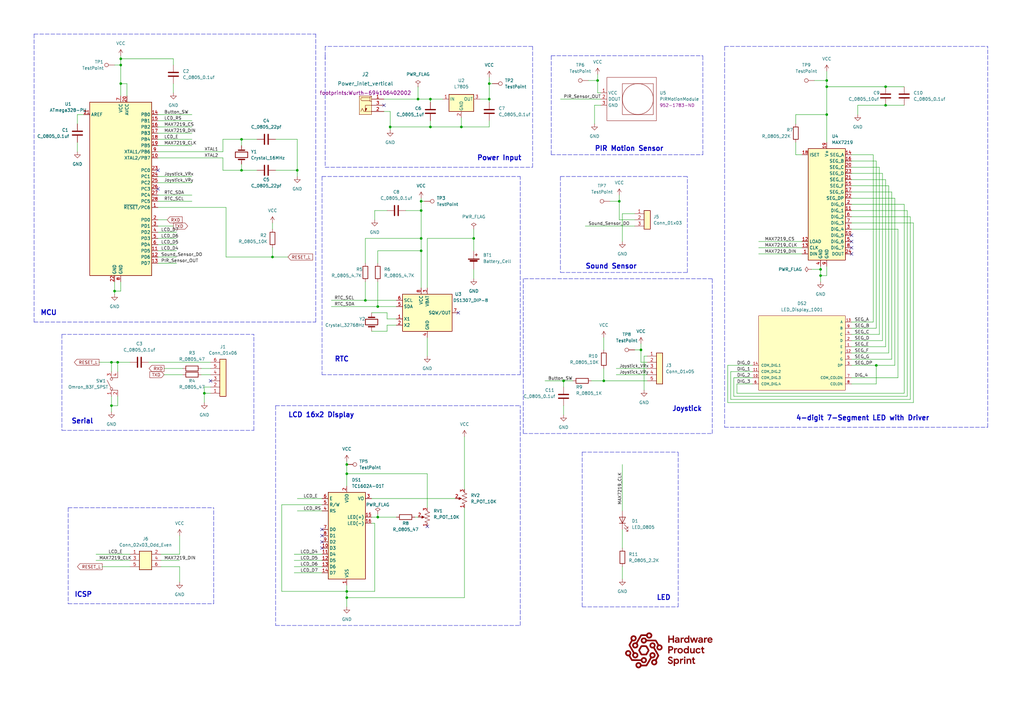
<source format=kicad_sch>
(kicad_sch (version 20211123) (generator eeschema)
  (paper "A3")
  (title_block (title "Caleb's HPS Clock Schematic") (date "2022-07-22") (rev "G"))
  (junction (at 46.99 119.38))
  (junction (at 172.72 82.55))
  (junction (at 189.23 52.07))
  (junction (at 247.65 156.21))
  (junction (at 49.53 24.13))
  (junction (at 172.72 97.79))
  (junction (at 339.09 46.99))
  (junction (at 121.92 69.85))
  (junction (at 171.45 40.64))
  (junction (at 172.72 102.87))
  (junction (at 49.53 34.29))
  (junction (at 160.02 52.07))
  (junction (at 83.82 161.29))
  (junction (at 142.24 245.11))
  (junction (at 231.14 156.21))
  (junction (at 176.53 40.64))
  (junction (at 154.94 212.09))
  (junction (at 262.89 143.51))
  (junction (at 45.72 166.37))
  (junction (at 45.72 148.59))
  (junction (at 363.22 43.18))
  (junction (at 200.66 34.29))
  (junction (at 176.53 52.07))
  (junction (at 339.09 35.56))
  (junction (at 363.22 35.56))
  (junction (at 336.55 110.49))
  (junction (at 200.66 40.64))
  (junction (at 149.86 123.19))
  (junction (at 49.53 26.67))
  (junction (at 245.11 33.02))
  (junction (at 48.26 148.59))
  (junction (at 111.76 105.41))
  (junction (at 339.09 33.02))
  (junction (at 336.55 113.03))
  (junction (at 142.24 194.31))
  (junction (at 254 82.55))
  (junction (at 172.72 86.36))
  (junction (at 99.06 57.15))
  (junction (at 142.24 242.57))
  (junction (at 359.41 149.86))
  (junction (at 154.94 125.73))
  (junction (at 194.31 97.79))
  (junction (at 99.06 69.85))
  (junction (at 142.24 190.5))
  (no_connect (at 157.48 43.18))
  (no_connect (at 349.25 104.14))
  (no_connect (at 349.25 96.52))
  (no_connect (at 349.25 99.06))
  (no_connect (at 349.25 101.6))
  (no_connect (at 86.36 156.21))
  (no_connect (at 187.96 128.27))
  (no_connect (at 132.08 219.71))
  (no_connect (at 132.08 222.25))
  (no_connect (at 132.08 224.79))
  (no_connect (at 132.08 217.17))
  (no_connect (at 175.26 215.9))
  (no_connect (at 64.77 69.85))
  (no_connect (at 64.77 77.47))
  (wire (pts (xy 175.26 97.79) (xy 175.26 118.11)))
  (wire (pts (xy 372.11 162.56) (xy 372.11 86.36)))
  (wire (pts (xy 172.72 82.55) (xy 173.99 82.55)))
  (wire (pts (xy 48.26 166.37) (xy 45.72 166.37)))
  (wire (pts (xy 154.94 125.73) (xy 162.56 125.73)))
  (wire (pts (xy 254 80.01) (xy 254 82.55)))
  (wire (pts (xy 370.84 161.29) (xy 370.84 83.82)))
  (wire (pts (xy 231.14 156.21) (xy 234.95 156.21)))
  (wire (pts (xy 176.53 40.64) (xy 181.61 40.64)))
  (wire (pts (xy 332.74 110.49) (xy 336.55 110.49)))
  (wire (pts (xy 45.72 166.37) (xy 45.72 168.91)))
  (wire (pts (xy 247.65 151.13) (xy 247.65 156.21)))
  (wire (pts (xy 339.09 35.56) (xy 363.22 35.56)))
  (wire (pts (xy 111.76 91.44) (xy 111.76 93.98)))
  (wire (pts (xy 64.77 59.69) (xy 78.74 59.69)))
  (wire (pts (xy 142.24 245.11) (xy 142.24 248.92)))
  (polyline (pts (xy 87.63 247.65) (xy 87.63 208.28)))
  (wire (pts (xy 265.43 146.05) (xy 264.16 146.05)))
  (wire (pts (xy 175.26 194.31) (xy 142.24 194.31)))
  (wire (pts (xy 157.48 45.72) (xy 160.02 45.72)))
  (polyline (pts (xy 25.4 137.16) (xy 104.14 137.16)))
  (wire (pts (xy 64.77 102.87) (xy 72.39 102.87)))
  (wire (pts (xy 121.92 204.47) (xy 132.08 204.47)))
  (wire (pts (xy 64.77 85.09) (xy 92.71 85.09)))
  (wire (pts (xy 229.87 40.64) (xy 246.38 40.64)))
  (wire (pts (xy 48.26 148.59) (xy 48.26 152.4)))
  (polyline (pts (xy 292.1 114.3) (xy 214.63 114.3)))
  (wire (pts (xy 91.44 64.77) (xy 91.44 69.85)))
  (wire (pts (xy 242.57 156.21) (xy 247.65 156.21)))
  (wire (pts (xy 364.49 76.2) (xy 364.49 144.78)))
  (wire (pts (xy 200.66 40.64) (xy 200.66 41.91)))
  (polyline (pts (xy 113.03 166.37) (xy 213.36 166.37)))
  (wire (pts (xy 300.99 154.94) (xy 308.61 154.94)))
  (wire (pts (xy 45.72 162.56) (xy 45.72 166.37)))
  (wire (pts (xy 171.45 35.56) (xy 171.45 40.64)))
  (polyline (pts (xy 281.94 111.76) (xy 281.94 72.39)))
  (wire (pts (xy 349.25 73.66) (xy 363.22 73.66)))
  (wire (pts (xy 149.86 97.79) (xy 172.72 97.79)))
  (wire (pts (xy 46.99 115.57) (xy 46.99 119.38)))
  (wire (pts (xy 200.66 34.29) (xy 200.66 40.64)))
  (polyline (pts (xy 27.94 208.28) (xy 27.94 247.65)))
  (wire (pts (xy 45.72 148.59) (xy 48.26 148.59)))
  (wire (pts (xy 83.82 161.29) (xy 86.36 161.29)))
  (wire (pts (xy 299.72 152.4) (xy 308.61 152.4)))
  (wire (pts (xy 349.25 144.78) (xy 364.49 144.78)))
  (wire (pts (xy 298.45 165.1) (xy 374.65 165.1)))
  (wire (pts (xy 83.82 161.29) (xy 83.82 165.1)))
  (wire (pts (xy 260.35 143.51) (xy 262.89 143.51)))
  (wire (pts (xy 46.99 119.38) (xy 49.53 119.38)))
  (polyline (pts (xy 288.29 63.5) (xy 288.29 22.86)))
  (polyline (pts (xy 27.94 208.28) (xy 87.63 208.28)))
  (wire (pts (xy 142.24 240.03) (xy 142.24 242.57)))
  (wire (pts (xy 99.06 57.15) (xy 99.06 59.69)))
  (wire (pts (xy 115.57 242.57) (xy 142.24 242.57)))
  (wire (pts (xy 349.25 157.48) (xy 359.41 157.48)))
  (wire (pts (xy 64.77 62.23) (xy 91.44 62.23)))
  (polyline (pts (xy 218.44 19.05) (xy 133.35 19.05)))
  (polyline (pts (xy 214.63 114.3) (xy 214.63 177.8)))
  (wire (pts (xy 154.94 210.82) (xy 154.94 212.09)))
  (wire (pts (xy 49.53 34.29) (xy 52.07 34.29)))
  (polyline (pts (xy 13.97 13.97) (xy 129.54 13.97)))
  (wire (pts (xy 113.03 69.85) (xy 121.92 69.85)))
  (polyline (pts (xy 213.36 256.54) (xy 213.36 166.37)))
  (wire (pts (xy 172.72 86.36) (xy 172.72 97.79)))
  (polyline (pts (xy 214.63 177.8) (xy 292.1 177.8)))
  (wire (pts (xy 349.25 132.08) (xy 358.14 132.08)))
  (wire (pts (xy 66.04 232.41) (xy 73.66 232.41)))
  (wire (pts (xy 160.02 45.72) (xy 160.02 52.07)))
  (wire (pts (xy 82.55 151.13) (xy 86.36 151.13)))
  (wire (pts (xy 39.37 229.87) (xy 53.34 229.87)))
  (wire (pts (xy 153.67 242.57) (xy 142.24 242.57)))
  (wire (pts (xy 247.65 156.21) (xy 265.43 156.21)))
  (wire (pts (xy 252.73 153.67) (xy 265.43 153.67)))
  (wire (pts (xy 71.12 26.67) (xy 71.12 24.13)))
  (wire (pts (xy 326.39 46.99) (xy 339.09 46.99)))
  (wire (pts (xy 176.53 40.64) (xy 176.53 41.91)))
  (wire (pts (xy 176.53 49.53) (xy 176.53 52.07)))
  (polyline (pts (xy 133.35 22.86) (xy 133.35 68.58)))
  (wire (pts (xy 71.12 34.29) (xy 71.12 38.1)))
  (wire (pts (xy 196.85 40.64) (xy 200.66 40.64)))
  (wire (pts (xy 64.77 97.79) (xy 72.39 97.79)))
  (wire (pts (xy 92.71 105.41) (xy 111.76 105.41)))
  (wire (pts (xy 370.84 83.82) (xy 349.25 83.82)))
  (polyline (pts (xy 133.35 19.05) (xy 133.35 24.13)))
  (wire (pts (xy 360.68 68.58) (xy 360.68 137.16)))
  (wire (pts (xy 255.27 87.63) (xy 255.27 99.06)))
  (wire (pts (xy 48.26 162.56) (xy 48.26 166.37)))
  (wire (pts (xy 154.94 107.95) (xy 154.94 102.87)))
  (wire (pts (xy 64.77 74.93) (xy 78.74 74.93)))
  (wire (pts (xy 39.37 227.33) (xy 53.34 227.33)))
  (wire (pts (xy 142.24 189.23) (xy 142.24 190.5)))
  (wire (pts (xy 339.09 29.21) (xy 339.09 33.02)))
  (wire (pts (xy 157.48 40.64) (xy 171.45 40.64)))
  (wire (pts (xy 64.77 82.55) (xy 78.74 82.55)))
  (wire (pts (xy 82.55 153.67) (xy 86.36 153.67)))
  (wire (pts (xy 349.25 142.24) (xy 363.22 142.24)))
  (wire (pts (xy 152.4 214.63) (xy 153.67 214.63)))
  (wire (pts (xy 326.39 58.42) (xy 326.39 63.5)))
  (wire (pts (xy 336.55 109.22) (xy 336.55 110.49)))
  (wire (pts (xy 64.77 80.01) (xy 78.74 80.01)))
  (polyline (pts (xy 226.06 22.86) (xy 288.29 22.86)))
  (wire (pts (xy 334.01 33.02) (xy 339.09 33.02)))
  (wire (pts (xy 326.39 50.8) (xy 326.39 46.99)))
  (polyline (pts (xy 132.08 153.67) (xy 213.36 153.67)))
  (wire (pts (xy 73.66 227.33) (xy 73.66 219.71)))
  (polyline (pts (xy 129.54 132.08) (xy 129.54 13.97)))
  (wire (pts (xy 154.94 115.57) (xy 154.94 125.73)))
  (wire (pts (xy 152.4 204.47) (xy 186.69 204.47)))
  (wire (pts (xy 46.99 26.67) (xy 49.53 26.67)))
  (wire (pts (xy 142.24 190.5) (xy 142.24 194.31)))
  (wire (pts (xy 142.24 242.57) (xy 142.24 245.11)))
  (wire (pts (xy 250.19 82.55) (xy 254 82.55)))
  (wire (pts (xy 299.72 163.83) (xy 373.38 163.83)))
  (polyline (pts (xy 297.18 19.05) (xy 405.13 19.05)))
  (wire (pts (xy 171.45 40.64) (xy 176.53 40.64)))
  (wire (pts (xy 153.67 86.36) (xy 158.75 86.36)))
  (polyline (pts (xy 13.97 13.97) (xy 13.97 132.08)))
  (wire (pts (xy 48.26 148.59) (xy 53.34 148.59)))
  (wire (pts (xy 175.26 208.28) (xy 175.26 194.31)))
  (wire (pts (xy 254 82.55) (xy 254 90.17)))
  (wire (pts (xy 91.44 69.85) (xy 99.06 69.85)))
  (wire (pts (xy 64.77 64.77) (xy 91.44 64.77)))
  (polyline (pts (xy 25.4 176.53) (xy 104.14 176.53)))
  (wire (pts (xy 64.77 107.95) (xy 72.39 107.95)))
  (wire (pts (xy 49.53 115.57) (xy 49.53 119.38)))
  (polyline (pts (xy 229.87 72.39) (xy 281.94 72.39)))
  (polyline (pts (xy 292.1 177.8) (xy 292.1 114.3)))
  (wire (pts (xy 121.92 69.85) (xy 121.92 72.39)))
  (wire (pts (xy 298.45 149.86) (xy 298.45 165.1)))
  (wire (pts (xy 361.95 71.12) (xy 361.95 139.7)))
  (wire (pts (xy 231.14 166.37) (xy 231.14 170.18)))
  (wire (pts (xy 302.26 157.48) (xy 308.61 157.48)))
  (wire (pts (xy 152.4 135.89) (xy 158.75 135.89)))
  (wire (pts (xy 265.43 148.59) (xy 262.89 148.59)))
  (wire (pts (xy 149.86 123.19) (xy 162.56 123.19)))
  (wire (pts (xy 363.22 43.18) (xy 351.79 43.18)))
  (wire (pts (xy 175.26 138.43) (xy 175.26 146.05)))
  (wire (pts (xy 120.65 229.87) (xy 132.08 229.87)))
  (wire (pts (xy 52.07 39.37) (xy 52.07 34.29)))
  (wire (pts (xy 349.25 88.9) (xy 373.38 88.9)))
  (wire (pts (xy 245.11 33.02) (xy 245.11 30.48)))
  (wire (pts (xy 240.03 92.71) (xy 260.35 92.71)))
  (wire (pts (xy 246.38 43.18) (xy 243.84 43.18)))
  (wire (pts (xy 194.31 93.98) (xy 194.31 97.79)))
  (wire (pts (xy 142.24 194.31) (xy 142.24 199.39)))
  (wire (pts (xy 349.25 68.58) (xy 360.68 68.58)))
  (wire (pts (xy 175.26 97.79) (xy 194.31 97.79)))
  (wire (pts (xy 120.65 232.41) (xy 132.08 232.41)))
  (wire (pts (xy 162.56 133.35) (xy 158.75 133.35)))
  (wire (pts (xy 66.04 227.33) (xy 73.66 227.33)))
  (wire (pts (xy 142.24 245.11) (xy 190.5 245.11)))
  (wire (pts (xy 40.64 148.59) (xy 45.72 148.59)))
  (wire (pts (xy 45.72 148.59) (xy 45.72 152.4)))
  (polyline (pts (xy 405.13 175.26) (xy 405.13 19.05)))
  (wire (pts (xy 194.31 110.49) (xy 194.31 114.3)))
  (wire (pts (xy 200.66 31.75) (xy 200.66 34.29)))
  (polyline (pts (xy 213.36 153.67) (xy 213.36 72.39)))
  (wire (pts (xy 339.09 109.22) (xy 339.09 113.03)))
  (wire (pts (xy 64.77 46.99) (xy 78.74 46.99)))
  (wire (pts (xy 262.89 143.51) (xy 262.89 148.59)))
  (wire (pts (xy 64.77 57.15) (xy 78.74 57.15)))
  (wire (pts (xy 349.25 76.2) (xy 364.49 76.2)))
  (wire (pts (xy 339.09 46.99) (xy 339.09 58.42)))
  (wire (pts (xy 166.37 86.36) (xy 172.72 86.36)))
  (wire (pts (xy 31.75 46.99) (xy 31.75 50.8)))
  (wire (pts (xy 349.25 86.36) (xy 372.11 86.36)))
  (wire (pts (xy 370.84 43.18) (xy 363.22 43.18)))
  (wire (pts (xy 359.41 149.86) (xy 359.41 157.48)))
  (wire (pts (xy 299.72 152.4) (xy 299.72 163.83)))
  (polyline (pts (xy 226.06 63.5) (xy 288.29 63.5)))
  (wire (pts (xy 241.3 33.02) (xy 245.11 33.02)))
  (wire (pts (xy 162.56 130.81) (xy 158.75 130.81)))
  (wire (pts (xy 328.93 63.5) (xy 326.39 63.5)))
  (wire (pts (xy 149.86 115.57) (xy 149.86 123.19)))
  (wire (pts (xy 64.77 90.17) (xy 68.58 90.17)))
  (polyline (pts (xy 25.4 137.16) (xy 25.4 176.53)))
  (wire (pts (xy 302.26 161.29) (xy 370.84 161.29)))
  (wire (pts (xy 349.25 139.7) (xy 361.95 139.7)))
  (wire (pts (xy 170.18 212.09) (xy 171.45 212.09)))
  (wire (pts (xy 99.06 57.15) (xy 105.41 57.15)))
  (wire (pts (xy 349.25 66.04) (xy 359.41 66.04)))
  (wire (pts (xy 64.77 100.33) (xy 72.39 100.33)))
  (wire (pts (xy 231.14 156.21) (xy 231.14 158.75)))
  (wire (pts (xy 113.03 57.15) (xy 121.92 57.15)))
  (wire (pts (xy 46.99 119.38) (xy 46.99 120.65)))
  (wire (pts (xy 152.4 128.27) (xy 158.75 128.27)))
  (polyline (pts (xy 297.18 19.05) (xy 297.18 175.26)))
  (wire (pts (xy 262.89 140.97) (xy 262.89 143.51)))
  (wire (pts (xy 300.99 154.94) (xy 300.99 162.56)))
  (wire (pts (xy 189.23 48.26) (xy 189.23 52.07)))
  (polyline (pts (xy 278.13 248.92) (xy 278.13 185.42)))
  (wire (pts (xy 154.94 102.87) (xy 172.72 102.87)))
  (wire (pts (xy 339.09 113.03) (xy 336.55 113.03)))
  (wire (pts (xy 336.55 110.49) (xy 336.55 113.03)))
  (wire (pts (xy 363.22 73.66) (xy 363.22 142.24)))
  (polyline (pts (xy 297.18 175.26) (xy 405.13 175.26)))
  (wire (pts (xy 64.77 49.53) (xy 78.74 49.53)))
  (wire (pts (xy 339.09 33.02) (xy 339.09 35.56)))
  (wire (pts (xy 64.77 105.41) (xy 72.39 105.41)))
  (wire (pts (xy 190.5 179.07) (xy 190.5 200.66)))
  (wire (pts (xy 245.11 38.1) (xy 245.11 33.02)))
  (wire (pts (xy 135.89 123.19) (xy 149.86 123.19)))
  (polyline (pts (xy 113.03 256.54) (xy 213.36 256.54)))
  (wire (pts (xy 158.75 133.35) (xy 158.75 135.89)))
  (wire (pts (xy 86.36 158.75) (xy 83.82 158.75)))
  (wire (pts (xy 91.44 57.15) (xy 99.06 57.15)))
  (polyline (pts (xy 226.06 22.86) (xy 226.06 63.5)))
  (wire (pts (xy 300.99 162.56) (xy 372.11 162.56)))
  (wire (pts (xy 349.25 78.74) (xy 365.76 78.74)))
  (wire (pts (xy 99.06 67.31) (xy 99.06 69.85)))
  (polyline (pts (xy 13.97 132.08) (xy 129.54 132.08)))
  (wire (pts (xy 158.75 130.81) (xy 158.75 128.27)))
  (wire (pts (xy 49.53 26.67) (xy 49.53 34.29)))
  (wire (pts (xy 49.53 24.13) (xy 49.53 26.67)))
  (wire (pts (xy 311.15 104.14) (xy 328.93 104.14)))
  (wire (pts (xy 41.91 232.41) (xy 53.34 232.41)))
  (wire (pts (xy 349.25 154.94) (xy 368.3 154.94)))
  (wire (pts (xy 363.22 35.56) (xy 370.84 35.56)))
  (wire (pts (xy 336.55 113.03) (xy 336.55 115.57)))
  (polyline (pts (xy 132.08 72.39) (xy 132.08 153.67)))
  (wire (pts (xy 351.79 43.18) (xy 351.79 46.99)))
  (wire (pts (xy 153.67 90.17) (xy 153.67 86.36)))
  (polyline (pts (xy 229.87 72.39) (xy 229.87 111.76)))
  (wire (pts (xy 200.66 49.53) (xy 200.66 52.07)))
  (wire (pts (xy 349.25 137.16) (xy 360.68 137.16)))
  (wire (pts (xy 154.94 212.09) (xy 162.56 212.09)))
  (wire (pts (xy 255.27 190.5) (xy 255.27 209.55)))
  (wire (pts (xy 64.77 52.07) (xy 78.74 52.07)))
  (polyline (pts (xy 218.44 68.58) (xy 218.44 19.05)))
  (wire (pts (xy 311.15 99.06) (xy 328.93 99.06)))
  (wire (pts (xy 264.16 146.05) (xy 264.16 160.02)))
  (wire (pts (xy 115.57 207.01) (xy 132.08 207.01)))
  (wire (pts (xy 64.77 92.71) (xy 71.12 92.71)))
  (polyline (pts (xy 229.87 111.76) (xy 281.94 111.76)))
  (wire (pts (xy 359.41 66.04) (xy 359.41 134.62)))
  (wire (pts (xy 111.76 101.6) (xy 111.76 105.41)))
  (wire (pts (xy 121.92 57.15) (xy 121.92 69.85)))
  (wire (pts (xy 349.25 81.28) (xy 367.03 81.28)))
  (wire (pts (xy 49.53 34.29) (xy 49.53 39.37)))
  (wire (pts (xy 349.25 93.98) (xy 368.3 93.98)))
  (wire (pts (xy 149.86 107.95) (xy 149.86 97.79)))
  (wire (pts (xy 255.27 217.17) (xy 255.27 224.79)))
  (wire (pts (xy 64.77 72.39) (xy 78.74 72.39)))
  (wire (pts (xy 260.35 87.63) (xy 255.27 87.63)))
  (wire (pts (xy 99.06 69.85) (xy 105.41 69.85)))
  (polyline (pts (xy 27.94 247.65) (xy 87.63 247.65)))
  (wire (pts (xy 252.73 151.13) (xy 265.43 151.13)))
  (wire (pts (xy 365.76 78.74) (xy 365.76 147.32)))
  (wire (pts (xy 49.53 24.13) (xy 71.12 24.13)))
  (wire (pts (xy 172.72 81.28) (xy 172.72 82.55)))
  (wire (pts (xy 176.53 52.07) (xy 189.23 52.07)))
  (wire (pts (xy 60.96 148.59) (xy 86.36 148.59)))
  (wire (pts (xy 67.31 151.13) (xy 74.93 151.13)))
  (wire (pts (xy 194.31 97.79) (xy 194.31 102.87)))
  (wire (pts (xy 120.65 227.33) (xy 132.08 227.33)))
  (wire (pts (xy 298.45 149.86) (xy 308.61 149.86)))
  (wire (pts (xy 302.26 157.48) (xy 302.26 161.29)))
  (wire (pts (xy 243.84 43.18) (xy 243.84 50.8)))
  (wire (pts (xy 367.03 81.28) (xy 367.03 149.86)))
  (wire (pts (xy 358.14 63.5) (xy 358.14 132.08)))
  (wire (pts (xy 349.25 149.86) (xy 359.41 149.86)))
  (wire (pts (xy 115.57 207.01) (xy 115.57 242.57)))
  (polyline (pts (xy 133.35 68.58) (xy 218.44 68.58)))
  (wire (pts (xy 31.75 62.23) (xy 31.75 58.42)))
  (wire (pts (xy 260.35 90.17) (xy 254 90.17)))
  (wire (pts (xy 152.4 212.09) (xy 154.94 212.09)))
  (wire (pts (xy 223.52 156.21) (xy 231.14 156.21)))
  (wire (pts (xy 359.41 149.86) (xy 367.03 149.86)))
  (wire (pts (xy 66.04 229.87) (xy 73.66 229.87)))
  (wire (pts (xy 247.65 138.43) (xy 247.65 143.51)))
  (wire (pts (xy 374.65 165.1) (xy 374.65 91.44)))
  (wire (pts (xy 201.93 34.29) (xy 200.66 34.29)))
  (wire (pts (xy 67.31 153.67) (xy 74.93 153.67)))
  (wire (pts (xy 368.3 154.94) (xy 368.3 93.98)))
  (wire (pts (xy 349.25 134.62) (xy 359.41 134.62)))
  (wire (pts (xy 349.25 71.12) (xy 361.95 71.12)))
  (polyline (pts (xy 238.76 248.92) (xy 278.13 248.92)))
  (wire (pts (xy 373.38 163.83) (xy 373.38 88.9)))
  (wire (pts (xy 160.02 52.07) (xy 176.53 52.07)))
  (wire (pts (xy 349.25 147.32) (xy 365.76 147.32)))
  (wire (pts (xy 349.25 63.5) (xy 358.14 63.5)))
  (wire (pts (xy 160.02 52.07) (xy 160.02 53.34)))
  (polyline (pts (xy 104.14 176.53) (xy 104.14 137.16)))
  (polyline (pts (xy 238.76 185.42) (xy 238.76 248.92)))
  (wire (pts (xy 172.72 102.87) (xy 172.72 118.11)))
  (wire (pts (xy 153.67 214.63) (xy 153.67 242.57)))
  (wire (pts (xy 64.77 54.61) (xy 78.74 54.61)))
  (wire (pts (xy 121.92 209.55) (xy 132.08 209.55)))
  (wire (pts (xy 311.15 101.6) (xy 328.93 101.6)))
  (wire (pts (xy 246.38 38.1) (xy 245.11 38.1)))
  (wire (pts (xy 190.5 208.28) (xy 190.5 245.11)))
  (wire (pts (xy 339.09 35.56) (xy 339.09 46.99)))
  (wire (pts (xy 73.66 232.41) (xy 73.66 238.76)))
  (wire (pts (xy 34.29 46.99) (xy 31.75 46.99)))
  (polyline (pts (xy 132.08 72.39) (xy 213.36 72.39)))
  (polyline (pts (xy 238.76 185.42) (xy 278.13 185.42)))
  (wire (pts (xy 49.53 22.86) (xy 49.53 24.13)))
  (wire (pts (xy 111.76 105.41) (xy 118.11 105.41)))
  (wire (pts (xy 120.65 234.95) (xy 132.08 234.95)))
  (wire (pts (xy 349.25 91.44) (xy 374.65 91.44)))
  (wire (pts (xy 172.72 82.55) (xy 172.72 86.36)))
  (wire (pts (xy 189.23 52.07) (xy 200.66 52.07)))
  (wire (pts (xy 135.89 125.73) (xy 154.94 125.73)))
  (wire (pts (xy 64.77 95.25) (xy 72.39 95.25)))
  (wire (pts (xy 255.27 232.41) (xy 255.27 237.49)))
  (wire (pts (xy 91.44 62.23) (xy 91.44 57.15)))
  (wire (pts (xy 92.71 85.09) (xy 92.71 105.41)))
  (wire (pts (xy 83.82 158.75) (xy 83.82 161.29)))
  (polyline (pts (xy 113.03 166.37) (xy 113.03 256.54)))
  (wire (pts (xy 172.72 97.79) (xy 172.72 102.87)))
  (text "RTC" (at 137.16 148.59 0) (effects (font (size 2 2) bold) (justify left bottom)))
  (text "LCD 16x2 Display" (at 118.11 171.45 0) (effects (font (size 2 2) (thickness 0.4) bold) (justify left bottom)))
  (text "ICSP" (at 30.48 245.11 0) (effects (font (size 2 2) (thickness 0.4) bold) (justify left bottom)))
  (text "Joystick" (at 275.59 168.91 0) (effects (font (size 2 2) bold) (justify left bottom)))
  (text "LED" (at 269.24 246.38 0) (effects (font (size 2 2) bold) (justify left bottom)))
  (text "MCU" (at 16.51 129.54 0) (effects (font (size 2 2) bold) (justify left bottom)))
  (text "4-digit 7-Segment LED with Driver" (at 326.39 172.72 0) (effects (font (size 2 2) (thickness 0.4) bold) (justify left bottom)))
  (text "Power Input" (at 195.58 66.04 0) (effects (font (size 2 2) bold) (justify left bottom)))
  (text "Sound Sensor" (at 240.03 110.49 0) (effects (font (size 2 2) bold) (justify left bottom)))
  (text "Serial" (at 29.21 173.99 0) (effects (font (size 2 2) (thickness 0.4) bold) (justify left bottom)))
  (text "PIR Motion Sensor" (at 243.84 62.23 0) (effects (font (size 2 2) bold) (justify left bottom)))
  (label "MAX7219_DIN" (at 313.69 104.14 0))
  (label "MAX7219_CLK" (at 255.27 207.01 90))
  (label "MAX7219_CS" (at 67.31 52.07 0))
  (label "LCD_D5" (at 66.04 100.33 0))
  (label "SEG_B" (at 350.52 134.62 0))
  (label "Joystick_VRy" (at 67.31 74.93 0))
  (label "LCD_D7" (at 123.19 234.95 0))
  (label "LCD_D5" (at 123.19 229.87 0))
  (label "DIG_4" (at 350.52 154.94 0))
  (label "DIG_1" (at 302.26 152.4 0))
  (label "XTAL1" (at 83.82 62.23 0))
  (label "PIR_Sensor_OUT" (at 66.04 107.95 0))
  (label "RTC_SDA" (at 137.16 125.73 0))
  (label "LCD_RS" (at 67.31 49.53 0))
  (label "DIG_2" (at 302.26 154.94 0))
  (label "Joystick_VRx" (at 67.31 72.39 0))
  (label "SEG_G" (at 350.52 147.32 0))
  (label "MAX7219_DIN" (at 67.31 229.87 0))
  (label "SEG_A" (at 350.52 132.08 0))
  (label "SEG_D" (at 350.52 139.7 0))
  (label "XTAL2" (at 83.82 64.77 0))
  (label "SEG_DP" (at 350.52 149.86 0))
  (label "LCD_E" (at 44.45 227.33 0))
  (label "RTC_SCL" (at 137.16 123.19 0))
  (label "Joystick_VRx" (at 254 151.13 0))
  (label "RTC_SCL" (at 67.31 82.55 0))
  (label "LCD_D6" (at 123.19 232.41 0))
  (label "DIG_3" (at 302.26 157.48 0))
  (label "LCD_E" (at 124.46 204.47 0))
  (label "LCD_D7" (at 66.04 95.25 0))
  (label "LCD_D4" (at 123.19 227.33 0))
  (label "LCD_D4" (at 66.04 102.87 0))
  (label "LCD_E" (at 67.31 57.15 0))
  (label "SEG_C" (at 350.52 137.16 0))
  (label "MAX7219_CLK" (at 313.69 101.6 0))
  (label "MAX7219_CLK" (at 40.64 229.87 0))
  (label "Joystick_VRy" (at 254 153.67 0))
  (label "LCD_D6" (at 66.04 97.79 0))
  (label "DIG_0" (at 302.26 149.86 0))
  (label "SEG_E" (at 350.52 142.24 0))
  (label "Sound_Sensor_DO" (at 241.3 92.71 0))
  (label "Button_SW" (at 224.79 156.21 0))
  (label "MAX7219_CS" (at 313.69 99.06 0))
  (label "MAX7219_CLK" (at 67.31 59.69 0))
  (label "MAX7219_DIN" (at 67.31 54.61 0))
  (label "SEG_F" (at 350.52 144.78 0))
  (label "LCD_RS" (at 124.46 209.55 0))
  (label "Button_SW" (at 67.31 46.99 0))
  (label "PIR_Sensor_OUT" (at 231.14 40.64 0))
  (label "Sound_Sensor_DO" (at 66.04 105.41 0))
  (label "RTC_SDA" (at 67.31 80.01 0))
  (global_label "RESET_L" (shape output) (at 40.64 148.59 180) (property "Intersheet References" "${INTERSHEET_REFS}" (effects hide)))
  (global_label "RESET_L" (shape input) (at 118.11 105.41 0) (property "Intersheet References" "${INTERSHEET_REFS}" (effects hide)))
  (global_label "TXD" (shape output) (at 71.12 92.71 0) (property "Intersheet References" "${INTERSHEET_REFS}" (effects hide)))
  (global_label "TXD" (shape input) (at 67.31 153.67 180) (property "Intersheet References" "${INTERSHEET_REFS}" (effects hide)))
  (global_label "RXD" (shape input) (at 68.58 90.17 0) (property "Intersheet References" "${INTERSHEET_REFS}" (effects hide)))
  (global_label "RESET_L" (shape output) (at 41.91 232.41 180) (property "Intersheet References" "${INTERSHEET_REFS}" (effects hide)))
  (global_label "RXD" (shape output) (at 67.31 151.13 180) (property "Intersheet References" "${INTERSHEET_REFS}" (effects hide)))
  (symbol (lib_id "HPS:GND") (at 71.12 38.1 0) (unit 1)
    (property "Reference" "#PWR0113" (effects hide))
    (property "Value" "GND" (at 71.12 43.18 0))
  )
  (symbol (lib_id "HPS:R_0805_2.2K") (at 255.27 228.6 0) (unit 1)
    (property "Reference" "R11" (at 257.81 227.3299 0) (effects (justify left)))
    (property "Value" "R_0805_2.2K" (at 257.81 229.8699 0) (effects (justify left)))
    (property "Footprint" "footprints:R_0805_2012Metric" (effects hide))
    (property "Datasheet" "https://www.digikey.com/en/products/detail/yageo/RC0805FR-072K2L/727676" (effects hide))
    (property "MFG" "N/A" (effects hide))
    (property "MPN" "N/A" (effects hide))
    (property "Digikey PN" "311-2.20KCRCT-ND" (effects hide))
    (property "Mouser PN" "N/A" (effects hide))
    (property "Power" "N/A" (effects hide))
    (property "Tolerance" "N/A" (effects hide))
  )
  (symbol (lib_id "HPS:GND") (at 83.82 165.1 0) (unit 1)
    (property "Reference" "#PWR0109" (effects hide))
    (property "Value" "GND" (at 83.82 170.18 0))
  )
  (symbol (lib_id "HPS:VCC") (at 245.11 30.48 0) (unit 1)
    (property "Reference" "#PWR0123" (effects hide))
    (property "Value" "VCC" (at 245.11 25.4 0))
  )
  (symbol (lib_id "HPS:R_0805_47") (at 78.74 151.13 90) (unit 1)
    (property "Reference" "R3" (at 78.74 144.78 90))
    (property "Value" "R_0805_47" (at 78.74 147.32 90))
    (property "Footprint" "footprints:R_0805_2012Metric" (effects hide))
    (property "Datasheet" "https://www.digikey.com/en/products/detail/yageo/RC0805FR-0747RL/727972" (effects hide))
    (property "MFG" "Yageo" (effects hide))
    (property "Digikey PN" "RC0805FR-0747RL " (effects hide))
    (property "Mouser PN" "N/A" (effects hide))
    (property "Power" "N/A" (effects hide))
    (property "Tolerance" "N/A" (effects hide))
    (property "MPN" "RC0805FR-0747RL " (effects hide))
  )
  (symbol (lib_id "HPS:C_0805_0.1uf") (at 162.56 86.36 90) (unit 1)
    (property "Reference" "C8" (at 162.56 78.74 90))
    (property "Value" "C_0805_0.1uf" (at 162.56 81.28 90))
    (property "Footprint" "footprints:C_0805_2012Metric" (effects hide))
    (property "Datasheet" "https://datasheets.avx.com/X7RDielectric.pdf" (effects hide))
    (property "MFG" "AVX Corporation" (effects hide))
    (property "MPN" "08055C104KAT2A" (effects hide))
    (property "Digikey PN" "478-1395-1-ND" (effects hide))
    (property "Mouser PN" "N/A" (effects hide))
    (property "Voltage" "N/A" (effects hide))
    (property "Dielectric" "N/A" (effects hide))
    (property "Tolerance" "N/A" (effects hide))
  )
  (symbol (lib_id "HPS:C_0805_22pf") (at 109.22 69.85 90) (unit 1)
    (property "Reference" "C5" (at 109.22 73.66 90))
    (property "Value" "C_0805_22pf" (at 109.22 76.2 90))
    (property "Footprint" "footprints:C_0805_2012Metric" (effects hide))
    (property "Datasheet" "https://www.yageo.com/upload/media/product/productsearch/datasheet/mlcc/UPY-GP_NP0_16V-to-50V_18.pdf" (effects hide))
    (property "MFG" "Yageo" (effects hide))
    (property "MPN" "CC0805JRNPO9BN220" (effects hide))
    (property "Digikey PN" "311-1103-1-ND" (effects hide))
    (property "Mouser PN" "N/A" (effects hide))
    (property "Voltage" "N/A" (effects hide))
    (property "Dielectric" "N/A" (effects hide))
    (property "Tolerance" "N/A" (effects hide))
  )
  (symbol (lib_id "HPS:MAX7219") (at 339.09 83.82 0) (unit 1)
    (property "Reference" "U4" (at 341.1094 55.88 0) (effects (justify left)))
    (property "Value" "MAX7219" (at 341.1094 58.42 0) (effects (justify left)))
    (property "Footprint" "footprints:DIP-24_W7.62mm" (effects hide))
    (property "Datasheet" "https://datasheets.maximintegrated.com/en/ds/MAX7219-MAX7221.pdf" (effects hide))
    (property "MFG" "On Shore Technology Inc." (effects hide))
    (property "MPN" "ED241DT" (effects hide))
    (property "Digikey PN" "ED3049-5-ND" (effects hide))
    (property "Mouser PN" "N/A" (effects hide))
  )
  (symbol (lib_id "HPS:R_0805_22K") (at 326.39 54.61 0) (unit 1)
    (property "Reference" "R7" (at 322.58 53.34 0) (effects (justify left)))
    (property "Value" "R_0805_22K" (at 312.42 55.88 0) (effects (justify left)))
    (property "Footprint" "footprints:R_0805_2012Metric" (effects hide))
    (property "Datasheet" "https://www.digikey.com/en/products/detail/yageo/RC0805FR-0722KL/727736" (effects hide))
    (property "MFG" "Yageo" (effects hide))
    (property "MPN" "RC0805FR-0722KL" (effects hide))
    (property "Digikey PN" "311-22.0KCRCT-ND" (effects hide))
    (property "Mouser PN" "N/A" (effects hide))
    (property "Power" "N/A" (effects hide))
    (property "Tolerance" "N/A" (effects hide))
  )
  (symbol (lib_id "HPS:R_0805_47") (at 78.74 153.67 90) (unit 1)
    (property "Reference" "R4" (at 78.74 156.21 90))
    (property "Value" "R_0805_47" (at 78.74 158.75 90))
    (property "Footprint" "footprints:R_0805_2012Metric" (effects hide))
    (property "Datasheet" "https://www.digikey.com/en/products/detail/yageo/RC0805FR-0747RL/727972" (effects hide))
    (property "MFG" "Yageo" (effects hide))
    (property "Digikey PN" "RC0805FR-0747RL " (effects hide))
    (property "Mouser PN" "N/A" (effects hide))
    (property "Power" "N/A" (effects hide))
    (property "Tolerance" "N/A" (effects hide))
    (property "MPN" "RC0805FR-0747RL " (effects hide))
  )
  (symbol (lib_id "HPS:GND") (at 255.27 237.49 0) (unit 1)
    (property "Reference" "#PWR0131" (effects hide))
    (property "Value" "GND" (at 255.27 242.57 0))
  )
  (symbol (lib_id "HPS:PWR_FLAG") (at 332.74 110.49 90) (unit 1)
    (property "Reference" "#FLG0104" (effects hide))
    (property "Value" "PWR_FLAG" (at 328.93 110.4899 90) (effects (justify left)))
  )
  (symbol (lib_id "HPS:GND") (at 175.26 146.05 0) (unit 1)
    (property "Reference" "#PWR0120" (effects hide))
    (property "Value" "GND" (at 175.26 151.13 0))
  )
  (symbol (lib_id "HPS:GND") (at 45.72 168.91 0) (unit 1)
    (property "Reference" "#PWR0110" (effects hide))
    (property "Value" "GND" (at 45.72 173.99 0))
  )
  (symbol (lib_id "HPS:L7805") (at 189.23 40.64 0) (unit 1)
    (property "Reference" "U2" (at 189.23 33.02 0))
    (property "Value" "L7805" (at 189.23 35.56 0))
    (property "Footprint" "footprints:TO-252-2" (effects hide))
    (property "Datasheet" "http://www.st.com/content/ccc/resource/technical/document/datasheet/41/4f/b3/b0/12/d4/47/88/CD00000444.pdf/files/CD00000444.pdf/jcr:content/translations/en.CD00000444.pdf" (effects hide))
    (property "Digikey PN" "497-7255-1-ND" (effects hide))
    (property "MPN" "L7805CDT-TR" (effects hide))
    (property "MFG" "STMicroelectronics" (effects hide))
  )
  (symbol (lib_id "HPS:R_0805_1K") (at 238.76 156.21 270) (unit 1)
    (property "Reference" "R9" (at 236.22 158.75 90) (effects (justify left)))
    (property "Value" "R_0805_1K" (at 236.22 161.29 90) (effects (justify left)))
    (property "Footprint" "footprints:R_0805_2012Metric" (effects hide))
    (property "Datasheet" "https://www.digikey.com/en/products/detail/yageo/RC0805FR-071KL/727444" (effects hide))
    (property "MFG" "Yageo" (effects hide))
    (property "Digikey PN" "RC0805FR-0710KL" (effects hide))
    (property "Mouser PN" "N/A" (effects hide))
    (property "Power" "N/A" (effects hide))
    (property "Tolerance" "N/A" (effects hide))
    (property "MPN" "RC0805FR-071KL" (effects hide))
  )
  (symbol (lib_id "HPS:GND") (at 231.14 170.18 0) (unit 1)
    (property "Reference" "#PWR0127" (effects hide))
    (property "Value" "GND" (at 231.14 175.26 0))
  )
  (symbol (lib_id "HPS:DS1307_DIP-8") (at 175.26 128.27 0) (unit 1)
    (property "Reference" "U3" (at 187.96 120.65 0))
    (property "Value" "DS1307_DIP-8" (at 193.04 123.19 0))
    (property "Footprint" "footprints:DIP-8_W7.62mm" (effects hide))
    (property "Datasheet" "https://datasheets.maximintegrated.com/en/ds/DS1307.pdf" (effects hide))
    (property "MFG" "Assmann WSW Components" (effects hide))
    (property "MPN" "A 08-LC-TT" (effects hide))
    (property "Digikey PN" "AE9986-ND" (effects hide))
    (property "Mouser PN" "N/A" (effects hide))
  )
  (symbol (lib_id "HPS:TestPoint") (at 173.99 82.55 270) (unit 1)
    (property "Reference" "TP3" (at 179.07 81.2799 90) (effects (justify left)))
    (property "Value" "TestPoint" (at 179.07 83.8199 90) (effects (justify left)))
    (property "Footprint" "footprints:TestPoint_THTPad_D2.0mm_Drill1.0mm" (effects hide))
  )
  (symbol (lib_id "HPS:PWR_FLAG") (at 154.94 210.82 0) (unit 1)
    (property "Reference" "#FLG0103" (effects hide))
    (property "Value" "PWR_FLAG" (at 154.94 207.01 0))
  )
  (symbol (lib_id "HPS:GND") (at 160.02 53.34 0) (unit 1)
    (property "Reference" "#PWR0121" (effects hide))
    (property "Value" "GND" (at 160.02 58.42 0))
  )
  (symbol (lib_id "HPS:TC1602A-01T") (at 142.24 219.71 0) (unit 1)
    (property "Reference" "DS1" (at 144.2594 196.85 0) (effects (justify left)))
    (property "Value" "TC1602A-01T" (at 144.2594 199.39 0) (effects (justify left)))
    (property "Footprint" "footprints:TC1602A-01T" (effects hide))
    (property "Datasheet" "https://cdn-shop.adafruit.com/datasheets/TC1602A-01T.pdf" (effects hide))
    (property "MFG" "Adafruit" (effects hide))
    (property "MPN" "1447" (effects hide))
    (property "Digikey PN" "1528-2212-ND" (effects hide))
    (property "Mouser PN" "N/A" (effects hide))
  )
  (symbol (lib_name "Conn_01x05_1") (lib_id "HPS:Conn_01x05") (at 270.51 151.13 0) (unit 1)
    (property "Reference" "J3" (at 273.05 149.8599 0) (effects (justify left)))
    (property "Value" "Conn_01x05" (at 273.05 152.3999 0) (effects (justify left)))
    (property "Footprint" "footprints:PinHeader_1x05_P2.54mm_Vertical" (effects hide))
    (property "Datasheet" "https://www.we-online.de/katalog/datasheet/6130xx11121.pdf" (effects hide))
    (property "MFG" "Würth Elektronik" (effects hide))
    (property "MPN" "61300511121" (effects hide))
    (property "Digikey PN" "732-5318-ND" (effects hide))
    (property "Mouser PN" "N/A" (effects hide))
  )
  (symbol (lib_id "HPS:GND") (at 153.67 90.17 0) (unit 1)
    (property "Reference" "#PWR0118" (effects hide))
    (property "Value" "GND" (at 153.67 95.25 0))
  )
  (symbol (lib_id "HPS:GND") (at 46.99 120.65 0) (unit 1)
    (property "Reference" "#PWR0115" (effects hide))
    (property "Value" "GND" (at 46.99 125.73 0))
  )
  (symbol (lib_id "HPS:TestPoint") (at 334.01 33.02 90) (unit 1)
    (property "Reference" "TP9" (at 330.708 26.67 90))
    (property "Value" "TestPoint" (at 330.708 29.21 90))
    (property "Footprint" "footprints:TestPoint_THTPad_D2.0mm_Drill1.0mm" (effects hide))
  )
  (symbol (lib_id "HPS:GND") (at 264.16 160.02 0) (unit 1)
    (property "Reference" "#PWR0106" (effects hide))
    (property "Value" "GND" (at 264.16 165.1 0))
  )
  (symbol (lib_id "HPS:TestPoint") (at 241.3 33.02 90) (unit 1)
    (property "Reference" "TP6" (at 237.998 26.67 90))
    (property "Value" "TestPoint" (at 237.998 29.21 90))
    (property "Footprint" "footprints:TestPoint_THTPad_D2.0mm_Drill1.0mm" (effects hide))
  )
  (symbol (lib_id "HPS:GND") (at 31.75 62.23 0) (unit 1)
    (property "Reference" "#PWR0116" (effects hide))
    (property "Value" "GND" (at 31.75 67.31 0))
  )
  (symbol (lib_id "HPS:Conn_02x03_Odd_Even") (at 59.69 231.14 0) (unit 1)
    (property "Reference" "J6" (at 59.69 220.98 0))
    (property "Value" "Conn_02x03_Odd_Even" (at 59.69 223.52 0))
    (property "Footprint" "footprints:PinHeader_2x03_P2.54mm_Vertical" (effects hide))
    (property "Datasheet" "https://drawings-pdf.s3.amazonaws.com/11636.pdf" (effects hide))
    (property "MFG" "Sullins Connector Solutions" (effects hide))
    (property "MPN" "PRPC003DAAN-RC" (effects hide))
    (property "Digikey PN" "S2011EC-03-ND" (effects hide))
    (property "Mouser PN" "N/A" (effects hide))
  )
  (symbol (lib_id "HPS:GND") (at 142.24 248.92 0) (unit 1)
    (property "Reference" "#PWR0124" (effects hide))
    (property "Value" "GND" (at 142.24 254 0))
  )
  (symbol (lib_id "HPS:Battery_Cell") (at 194.31 107.95 0) (unit 1)
    (property "Reference" "BT1" (at 198.12 104.6479 0) (effects (justify left)))
    (property "Value" "Battery_Cell" (at 198.12 107.1879 0) (effects (justify left)))
    (property "Footprint" "footprints:BatteryHolder_Keystone_106_1x20mm" (effects hide))
    (property "Datasheet" "https://media.digikey.com/pdf/Data%20Sheets/Memory%20Protection%20PDFs/Coin_Cell_Guide.pdf" (effects hide))
    (property "MFG" "MPD (Memory Protection Devices)" (effects hide))
    (property "MPN" "BS-7" (effects hide))
    (property "Digikey PN" "BS-7-ND" (effects hide))
    (property "Mouser PN" "N/A" (effects hide))
  )
  (symbol (lib_id "HPS:Power_inlet_vertical") (at 152.4 43.18 0) (unit 1)
    (property "Reference" "J2" (at 149.86 30.48 0) (effects (font (size 1.524 1.524))))
    (property "Value" "Power_inlet_vertical" (at 149.86 34.29 0) (effects (font (size 1.524 1.524))))
    (property "Footprint" "footprints:Wurth-694106402002" (at 149.86 38.1 0) (effects (font (size 1.524 1.524))))
    (property "Datasheet" "https://www.we-online.com/katalog/datasheet/6941xx402002.pdf" (effects hide))
    (property "MFG" "Wurth" (effects hide))
    (property "MPN" "694106402002" (effects hide))
    (property "Digikey PN" "732-5931-ND" (effects hide))
  )
  (symbol (lib_id "HPS:R_0805_10K") (at 111.76 97.79 0) (unit 1)
    (property "Reference" "R2" (at 106.68 96.52 0) (effects (justify left)))
    (property "Value" "R_0805_10K" (at 97.79 99.06 0) (effects (justify left)))
    (property "Footprint" "footprints:R_0805_2012Metric" (effects hide))
    (property "Datasheet" "https://www.digikey.com/en/products/detail/yageo/RC0805FR-0710KL/727535" (effects hide))
    (property "MFG" "Yageo" (effects hide))
    (property "MPN" "RC0805FR-0710KL" (effects hide))
    (property "Digikey PN" "311-10.0KCRCT-ND" (effects hide))
    (property "Mouser PN" "N/A" (effects hide))
    (property "Power" "N/A" (effects hide))
    (property "Tolerance" "N/A" (effects hide))
  )
  (symbol (lib_id "HPS:GND") (at 243.84 50.8 0) (unit 1)
    (property "Reference" "#PWR0104" (effects hide))
    (property "Value" "GND" (at 243.84 55.88 0))
  )
  (symbol (lib_id "HPS:GND") (at 336.55 115.57 0) (unit 1)
    (property "Reference" "#PWR0108" (effects hide))
    (property "Value" "GND" (at 336.55 120.65 0))
  )
  (symbol (lib_id "HPS:C_0805_0.1uf") (at 57.15 148.59 90) (unit 1)
    (property "Reference" "C3" (at 57.15 140.97 90))
    (property "Value" "C_0805_0.1uf" (at 57.15 143.51 90))
    (property "Footprint" "footprints:C_0805_2012Metric" (effects hide))
    (property "Datasheet" "https://datasheets.avx.com/X7RDielectric.pdf" (effects hide))
    (property "MFG" "AVX Corporation" (effects hide))
    (property "MPN" "08055C104KAT2A" (effects hide))
    (property "Digikey PN" "478-1395-1-ND" (effects hide))
    (property "Mouser PN" "N/A" (effects hide))
    (property "Voltage" "N/A" (effects hide))
    (property "Dielectric" "N/A" (effects hide))
    (property "Tolerance" "N/A" (effects hide))
  )
  (symbol (lib_id "HPS:Crystal_16MHz") (at 99.06 63.5 90) (unit 1)
    (property "Reference" "Y1" (at 102.87 62.2299 90) (effects (justify right)))
    (property "Value" "Crystal_16MHz" (at 102.87 64.7699 90) (effects (justify right)))
    (property "Footprint" "footprints:Crystal_SMD_HC49-SD" (effects hide))
    (property "Datasheet" "https://ecsxtal.com/store/pdf/csm-7x-dn.pdf" (effects hide))
    (property "MFG" "ECS Inc." (effects hide))
    (property "MPN" "ECS-160-20-5PXDN-TR" (effects hide))
    (property "Digikey PN" "XC1299CT-ND" (effects hide))
    (property "Mouser PN" "N/A" (effects hide))
  )
  (symbol (lib_id "HPS:R_0805_47") (at 166.37 212.09 90) (unit 1)
    (property "Reference" "R8" (at 166.37 214.63 90))
    (property "Value" "R_0805_47" (at 166.37 217.17 90))
    (property "Footprint" "footprints:R_0805_2012Metric" (effects hide))
    (property "Datasheet" "https://www.digikey.com/en/products/detail/yageo/RC0805FR-0747RL/727972" (effects hide))
    (property "MFG" "Yageo" (effects hide))
    (property "Digikey PN" "RC0805FR-0747RL " (effects hide))
    (property "Mouser PN" "N/A" (effects hide))
    (property "Power" "N/A" (effects hide))
    (property "Tolerance" "N/A" (effects hide))
    (property "MPN" "RC0805FR-0747RL " (effects hide))
  )
  (symbol (lib_id "HPS:PWR_FLAG") (at 171.45 35.56 0) (unit 1)
    (property "Reference" "#FLG0102" (effects hide))
    (property "Value" "PWR_FLAG" (at 171.45 30.48 0))
  )
  (symbol (lib_id "HPS:VCC") (at 200.66 31.75 0) (unit 1)
    (property "Reference" "#PWR0122" (effects hide))
    (property "Value" "VCC" (at 200.66 26.67 0))
  )
  (symbol (lib_id "HPS:C_0805_0.1uf") (at 200.66 45.72 0) (unit 1)
    (property "Reference" "C7" (at 204.47 44.4499 0) (effects (justify left)))
    (property "Value" "C_0805_0.1uf" (at 204.47 46.9899 0) (effects (justify left)))
    (property "Footprint" "footprints:C_0805_2012Metric" (effects hide))
    (property "Datasheet" "https://datasheets.avx.com/X7RDielectric.pdf" (effects hide))
    (property "MFG" "AVX Corporation" (effects hide))
    (property "MPN" "08055C104KAT2A" (effects hide))
    (property "Digikey PN" "478-1395-1-ND" (effects hide))
    (property "Mouser PN" "N/A" (effects hide))
    (property "Voltage" "N/A" (effects hide))
    (property "Dielectric" "N/A" (effects hide))
    (property "Tolerance" "N/A" (effects hide))
  )
  (symbol (lib_id "HPS:VCC") (at 190.5 179.07 0) (unit 1)
    (property "Reference" "#PWR0128" (effects hide))
    (property "Value" "VCC" (at 190.5 173.99 0))
  )
  (symbol (lib_id "HPS:VCC") (at 254 80.01 0) (unit 1)
    (property "Reference" "#PWR0103" (effects hide))
    (property "Value" "VCC" (at 254 74.93 0))
  )
  (symbol (lib_id "HPS:C_0805_0.1uf") (at 231.14 162.56 0) (unit 1)
    (property "Reference" "C11" (at 223.52 160.02 0) (effects (justify left)))
    (property "Value" "C_0805_0.1uf" (at 214.63 162.56 0) (effects (justify left)))
    (property "Footprint" "footprints:C_0805_2012Metric" (effects hide))
    (property "Datasheet" "https://datasheets.avx.com/X7RDielectric.pdf" (effects hide))
    (property "MFG" "AVX Corporation" (effects hide))
    (property "MPN" "08055C104KAT2A" (effects hide))
    (property "Digikey PN" "478-1395-1-ND" (effects hide))
    (property "Mouser PN" "N/A" (effects hide))
    (property "Voltage" "N/A" (effects hide))
    (property "Dielectric" "N/A" (effects hide))
    (property "Tolerance" "N/A" (effects hide))
  )
  (symbol (lib_id "HPS:R_0805_10K") (at 247.65 147.32 0) (unit 1)
    (property "Reference" "R10" (at 241.3 146.05 0) (effects (justify left)))
    (property "Value" "R_0805_10K" (at 233.68 148.59 0) (effects (justify left)))
    (property "Footprint" "footprints:R_0805_2012Metric" (effects hide))
    (property "Datasheet" "https://www.digikey.com/en/products/detail/yageo/RC0805FR-0710KL/727535" (effects hide))
    (property "MFG" "Yageo" (effects hide))
    (property "MPN" "RC0805FR-0710KL" (effects hide))
    (property "Digikey PN" "311-10.0KCRCT-ND" (effects hide))
    (property "Mouser PN" "N/A" (effects hide))
    (property "Power" "N/A" (effects hide))
    (property "Tolerance" "N/A" (effects hide))
  )
  (symbol (lib_id "HPS:VCC") (at 247.65 138.43 0) (unit 1)
    (property "Reference" "#PWR0126" (effects hide))
    (property "Value" "VCC" (at 247.65 133.35 0))
  )
  (symbol (lib_id "HPS:VCC") (at 339.09 29.21 0) (unit 1)
    (property "Reference" "#PWR0101" (effects hide))
    (property "Value" "VCC" (at 339.09 24.13 0))
  )
  (symbol (lib_id "HPS:R_POT_10K") (at 175.26 212.09 180) (unit 1)
    (property "Reference" "RV1" (at 177.8 209.5499 0) (effects (justify right)))
    (property "Value" "R_POT_10K" (at 177.8 212.09 0) (effects (justify right)))
    (property "Footprint" "footprints:Potentiometer_Bourns_3386P_Vertical" (effects hide))
    (property "Datasheet" "https://www.bourns.com/docs/Product-Datasheets/3386.pdf" (effects hide))
    (property "MFG" "Bourns Inc." (effects hide))
    (property "MPN" "3386P-1-103TLF" (effects hide))
    (property "Digikey PN" "3386P-103TLF-ND" (effects hide))
    (property "Mouser PN" "N/A" (effects hide))
  )
  (symbol (lib_id "HPS:GND") (at 255.27 99.06 0) (unit 1)
    (property "Reference" "#PWR0105" (effects hide))
    (property "Value" "GND" (at 255.27 104.14 0))
  )
  (symbol (lib_id "HPS:Conn_01x06") (at 91.44 156.21 0) (mirror x) (unit 1)
    (property "Reference" "J1" (at 91.44 142.24 0))
    (property "Value" "Conn_01x06" (at 91.44 144.78 0))
    (property "Footprint" "footprints:PinHeader_1x06_P2.54mm_Vertical" (effects hide))
    (property "Datasheet" "https://www.we-online.de/katalog/datasheet/6130xx11121.pdf" (effects hide))
    (property "MFG" "Würth Elektronik" (effects hide))
    (property "MPN" "61300611121" (effects hide))
    (property "Digikey PN" "732-5319-ND" (effects hide))
    (property "Mouser PN" "N/A" (effects hide))
  )
  (symbol (lib_id "HPS:R_0805_4.7K") (at 154.94 111.76 0) (unit 1)
    (property "Reference" "R6" (at 157.48 110.4899 0) (effects (justify left)))
    (property "Value" "R_0805_4.7K" (at 157.48 113.0299 0) (effects (justify left)))
    (property "Footprint" "footprints:R_0805_2012Metric" (effects hide))
    (property "Datasheet" "https://www.digikey.com/en/products/detail/yageo/RC0805FR-074K7L/727929" (effects hide))
    (property "MFG" "Yageo" (effects hide))
    (property "MPN" "RC0805FR-074K7L" (effects hide))
    (property "Digikey PN" "311-4.70KCRCT-ND" (effects hide))
    (property "Mouser PN" "N/A" (effects hide))
    (property "Power" "N/A" (effects hide))
    (property "Tolerance" "N/A" (effects hide))
  )
  (symbol (lib_id "HPS:PIRMotionModule") (at 257.81 40.64 270) (unit 1)
    (property "Reference" "U5" (at 270.51 38.0999 90) (effects (justify left)))
    (property "Value" "PIRMotionModule" (at 270.51 40.6399 90) (effects (justify left)))
    (property "Footprint" "footprints:PIRMotionModule" (effects hide))
    (property "Datasheet" "https://cdn.harwin.com/pdfs/C001XX_M20_Series_Connectors.pdf" (effects hide))
    (property "Digikey PN" "952-1783-ND" (at 270.51 43.1799 90) (effects (justify left)))
  )
  (symbol (lib_id "HPS:GND") (at 121.92 72.39 0) (unit 1)
    (property "Reference" "#PWR0112" (effects hide))
    (property "Value" "GND" (at 121.92 77.47 0))
  )
  (symbol (lib_id "HPS:C_0805_0.1uf") (at 370.84 39.37 0) (unit 1)
    (property "Reference" "C10" (at 374.65 38.0999 0) (effects (justify left)))
    (property "Value" "C_0805_0.1uf" (at 374.65 40.6399 0) (effects (justify left)))
    (property "Footprint" "footprints:C_0805_2012Metric" (effects hide))
    (property "Datasheet" "https://datasheets.avx.com/X7RDielectric.pdf" (effects hide))
    (property "MFG" "AVX Corporation" (effects hide))
    (property "MPN" "08055C104KAT2A" (effects hide))
    (property "Digikey PN" "478-1395-1-ND" (effects hide))
    (property "Mouser PN" "N/A" (effects hide))
    (property "Voltage" "N/A" (effects hide))
    (property "Dielectric" "N/A" (effects hide))
    (property "Tolerance" "N/A" (effects hide))
  )
  (symbol (lib_id "HPS:C_0805_22pf") (at 109.22 57.15 90) (unit 1)
    (property "Reference" "C4" (at 109.22 49.53 90))
    (property "Value" "C_0805_22pf" (at 109.22 52.07 90))
    (property "Footprint" "footprints:C_0805_2012Metric" (effects hide))
    (property "Datasheet" "https://www.yageo.com/upload/media/product/productsearch/datasheet/mlcc/UPY-GP_NP0_16V-to-50V_18.pdf" (effects hide))
    (property "MFG" "Yageo" (effects hide))
    (property "MPN" "CC0805JRNPO9BN220" (effects hide))
    (property "Digikey PN" "311-1103-1-ND" (effects hide))
    (property "Mouser PN" "N/A" (effects hide))
    (property "Voltage" "N/A" (effects hide))
    (property "Dielectric" "N/A" (effects hide))
    (property "Tolerance" "N/A" (effects hide))
  )
  (symbol (lib_id "HPS:VCC") (at 111.76 91.44 0) (unit 1)
    (property "Reference" "#PWR0111" (effects hide))
    (property "Value" "VCC" (at 111.76 86.36 0))
  )
  (symbol (lib_id "HPS:C_0805_1uf") (at 176.53 45.72 0) (unit 1)
    (property "Reference" "C6" (at 170.18 44.45 0) (effects (justify left)))
    (property "Value" "C_0805_1uf" (at 162.56 46.99 0) (effects (justify left)))
    (property "Footprint" "footprints:C_0805_2012Metric" (effects hide))
    (property "Datasheet" "https://www.yageo.com/upload/media/product/productsearch/datasheet/mlcc/UPY-GPHC_X7R_6.3V-to-50V_18.pdf" (effects hide))
    (property "MFG" "Yageo" (effects hide))
    (property "MPN" "CC0805KKX7R8BB105" (effects hide))
    (property "Digikey PN" "311-1456-1-ND" (effects hide))
    (property "Mouser PN" "N/A" (effects hide))
    (property "Voltage" "N/A" (effects hide))
    (property "Dielectric" "N/A" (effects hide))
    (property "Tolerance" "N/A" (effects hide))
  )
  (symbol (lib_id "HPS:HPS_Logo") (at 274.32 266.7 0) (unit 1)
    (property "Reference" "#G1" (effects hide))
    (property "Value" "HPS_Logo" (effects hide))
  )
  (symbol (lib_id "HPS:R_0805_4.7K") (at 149.86 111.76 0) (unit 1)
    (property "Reference" "R5" (at 146.05 110.49 0) (effects (justify left)))
    (property "Value" "R_0805_4.7K" (at 135.89 113.03 0) (effects (justify left)))
    (property "Footprint" "footprints:R_0805_2012Metric" (effects hide))
    (property "Datasheet" "https://www.digikey.com/en/products/detail/yageo/RC0805FR-074K7L/727929" (effects hide))
    (property "MFG" "Yageo" (effects hide))
    (property "MPN" "RC0805FR-074K7L" (effects hide))
    (property "Digikey PN" "311-4.70KCRCT-ND" (effects hide))
    (property "Mouser PN" "N/A" (effects hide))
    (property "Power" "N/A" (effects hide))
    (property "Tolerance" "N/A" (effects hide))
  )
  (symbol (lib_id "HPS:TestPoint") (at 260.35 143.51 90) (unit 1)
    (property "Reference" "TP8" (at 257.048 137.16 90))
    (property "Value" "TestPoint" (at 257.048 139.7 90))
    (property "Footprint" "footprints:TestPoint_THTPad_D2.0mm_Drill1.0mm" (effects hide))
  )
  (symbol (lib_id "HPS:TestPoint") (at 142.24 190.5 270) (unit 1)
    (property "Reference" "TP5" (at 147.32 189.2299 90) (effects (justify left)))
    (property "Value" "TestPoint" (at 147.32 191.7699 90) (effects (justify left)))
    (property "Footprint" "footprints:TestPoint_THTPad_D2.0mm_Drill1.0mm" (effects hide))
  )
  (symbol (lib_id "HPS:GND") (at 351.79 46.99 0) (unit 1)
    (property "Reference" "#PWR0102" (effects hide))
    (property "Value" "GND" (at 351.79 52.07 0))
  )
  (symbol (lib_id "HPS:GND") (at 194.31 114.3 0) (unit 1)
    (property "Reference" "#PWR0119" (effects hide))
    (property "Value" "GND" (at 194.31 119.38 0))
  )
  (symbol (lib_id "HPS:Crystal_32768Hz") (at 152.4 132.08 90) (unit 1)
    (property "Reference" "Y2" (at 147.32 130.81 90) (effects (justify right)))
    (property "Value" "Crystal_32768Hz" (at 133.35 133.35 90) (effects (justify right)))
    (property "Footprint" "footprints:Crystal_SMD_2Pin_3.2x1.5mm" (effects hide))
    (property "Datasheet" "https://www.jauch.com/downloadfile/57fde22d50dbf_d3c203011c87952f2834/jtx310-auto-2-210512.pdf" (effects hide))
    (property "MFG" "Jauch Quartz" (effects hide))
    (property "MPN" "Q 0,032768-JTX310-12,5-20-T1-HMR-50K-LF" (effects hide))
    (property "Digikey PN" "1908-1314-1-ND" (effects hide))
    (property "Mouser PN" "N/A" (effects hide))
  )
  (symbol (lib_id "HPS:LED_0805") (at 255.27 213.36 90) (unit 1)
    (property "Reference" "D1" (at 259.08 213.6901 90) (effects (justify right)))
    (property "Value" "LED_0805" (at 259.08 216.2301 90) (effects (justify right)))
    (property "Footprint" "footprints:LED_0805_2012Metric" (effects hide))
    (property "Datasheet" "https://www.we-online.de/katalog/datasheet/150080RS75000.pdf" (effects hide))
    (property "MFG" "Würth Elektronik" (effects hide))
    (property "MPN" "150080RS75000" (effects hide))
    (property "Digikey PN" "732-4984-1-ND" (effects hide))
    (property "Mouser PN" "N/A" (effects hide))
  )
  (symbol (lib_id "HPS:GND") (at 73.66 238.76 0) (unit 1)
    (property "Reference" "#PWR0130" (effects hide))
    (property "Value" "GND" (at 73.66 243.84 0))
  )
  (symbol (lib_id "HPS:VCC") (at 172.72 81.28 0) (unit 1)
    (property "Reference" "#PWR0117" (effects hide))
    (property "Value" "VCC" (at 172.72 76.2 0))
  )
  (symbol (lib_id "HPS:VCC") (at 49.53 22.86 0) (unit 1)
    (property "Reference" "#PWR0114" (effects hide))
    (property "Value" "VCC" (at 49.53 17.78 0))
  )
  (symbol (lib_id "HPS:TestPoint") (at 46.99 26.67 90) (unit 1)
    (property "Reference" "TP1" (at 40.64 25.4 90))
    (property "Value" "TestPoint" (at 38.1 27.94 90))
    (property "Footprint" "footprints:TestPoint_THTPad_D2.0mm_Drill1.0mm" (effects hide))
  )
  (symbol (lib_id "HPS:Conn_01x03") (at 265.43 90.17 0) (unit 1)
    (property "Reference" "J5" (at 267.97 88.8999 0) (effects (justify left)))
    (property "Value" "Conn_01x03" (at 267.97 91.4399 0) (effects (justify left)))
    (property "Footprint" "footprints:PinHeader_1x03_P2.54mm_Vertical" (effects hide))
    (property "Datasheet" "https://www.we-online.de/katalog/datasheet/6130xx11121.pdf" (effects hide))
    (property "MFG" "Würth Elektronik" (effects hide))
    (property "MPN" "61300311121" (effects hide))
    (property "Digikey PN" "732-5316-ND" (effects hide))
    (property "Mouser PN" "N/A" (effects hide))
  )
  (symbol (lib_id "HPS:LED_Display_1001") (at 306.07 149.86 0) (unit 1)
    (property "Reference" "DS2" (at 328.93 124.46 0))
    (property "Value" "LED_Display_1001" (at 328.93 127 0))
    (property "Footprint" "footprints:Adafruit-1001-0-0-MFG" (effects hide))
    (property "Datasheet" "https://cdn-shop.adafruit.com/datasheets/1001datasheet.pdf" (effects hide))
    (property "automotive" "No" (effects hide))
    (property "category" "Disp" (effects hide))
    (property "device class L1" "Optoelectronics" (effects hide))
    (property "device class L2" "Displays" (effects hide))
    (property "device class L3" "LED Displays" (effects hide))
    (property "digikey description" "WHITE 7-SEGMENT CLOCK DISPLAY" (effects hide))
    (property "digikey part number" "1528-1513-ND" (effects hide))
    (property "display type" "LED" (effects hide))
    (property "element config" "Common Cathode" (effects hide))
    (property "forward current" "20mA" (effects hide))
    (property "forward voltage" "3.2V" (effects hide))
    (property "height" "8.25mm" (effects hide))
    (property "lead free" "Yes" (effects hide))
    (property "library id" "a002f1a2b35db532" (effects hide))
    (property "luminous intensity" "30mcd" (effects hide))
    (property "manufacturer" "Adafruit" (effects hide))
    (property "mouser description" "Adafruit Accessories White 7-segment Clock Display" (effects hide))
    (property "mouser part number" "485-1001" (effects hide))
    (property "package" "PTH_50MM2_19MM0" (effects hide))
    (property "power dissipation" "100mW" (effects hide))
    (property "reverse voltage" "5V" (effects hide))
    (property "rohs" "Yes" (effects hide))
    (property "temperature range high" "+80°C" (effects hide))
    (property "temperature range low" "-40°C" (effects hide))
    (property "test current" "20mA" (effects hide))
    (property "MFG" "Adafruit Industries LLC" (effects hide))
    (property "MPN" "1001" (effects hide))
    (property "Digikey PN" "1528-1513-ND" (effects hide))
    (property "Mouser PN" "N/A" (effects hide))
  )
  (symbol (lib_id "HPS:C_0805_10uf") (at 363.22 39.37 0) (unit 1)
    (property "Reference" "C9" (at 358.14 38.1 0) (effects (justify left)))
    (property "Value" "C_0805_10uf" (at 347.98 40.64 0) (effects (justify left)))
    (property "Footprint" "footprints:C_0805_2012Metric" (effects hide))
    (property "Datasheet" "https://search.murata.co.jp/Ceramy/image/img/A01X/G101/ENG/GRM21BR61E106KA73-01.pdf" (effects hide))
    (property "MFG" "Murata Electronics" (effects hide))
    (property "MPN" "GRM21BR61E106KA73L" (effects hide))
    (property "Digikey PN" "490-5523-1-ND" (effects hide))
    (property "Mouser PN" "N/A" (effects hide))
    (property "Voltage" "N/A" (effects hide))
    (property "Dielectric" "N/A" (effects hide))
    (property "Tolerance" "N/A" (effects hide))
  )
  (symbol (lib_id "HPS:C_0805_0.1uf") (at 71.12 30.48 0) (unit 1)
    (property "Reference" "C2" (at 74.93 29.2099 0) (effects (justify left)))
    (property "Value" "C_0805_0.1uf" (at 74.93 31.7499 0) (effects (justify left)))
    (property "Footprint" "footprints:C_0805_2012Metric" (effects hide))
    (property "Datasheet" "https://datasheets.avx.com/X7RDielectric.pdf" (effects hide))
    (property "MFG" "AVX Corporation" (effects hide))
    (property "MPN" "08055C104KAT2A" (effects hide))
    (property "Digikey PN" "478-1395-1-ND" (effects hide))
    (property "Mouser PN" "N/A" (effects hide))
    (property "Voltage" "N/A" (effects hide))
    (property "Dielectric" "N/A" (effects hide))
    (property "Tolerance" "N/A" (effects hide))
  )
  (symbol (lib_id "HPS:Omron_B3F_SPST") (at 45.72 157.48 90) (unit 1)
    (property "Reference" "SW1" (at 39.37 156.21 90) (effects (justify right)))
    (property "Value" "Omron_B3F_SPST" (at 27.94 158.75 90) (effects (justify right)))
    (property "Footprint" "footprints:SW_SPST_Omron_B3FS-100xP" (effects hide))
    (property "Datasheet" "https://omronfs.omron.com/en_US/ecb/products/pdf/en-b3fs.pdf" (effects hide))
    (property "MFG" "Omron Electronics Inc-EMC Div" (effects hide))
    (property "MPN" "B3FS-1000P" (effects hide))
    (property "Digikey PN" "SW423CT-ND" (effects hide))
    (property "Mouser PN" "N/A" (effects hide))
  )
  (symbol (lib_id "HPS:ATmega328-PU") (at 49.53 77.47 0) (unit 1)
    (property "Reference" "U1" (at 27.94 42.6593 0))
    (property "Value" "ATmega328-PU" (at 27.94 45.1993 0))
    (property "Footprint" "footprints:DIP-28_W7.62mm" (effects hide))
    (property "Datasheet" "http://www.microchip.com/mymicrochip/filehandler.aspx?ddocname=en608326" (effects hide))
    (property "MFG" "On Shore Technology Inc." (effects hide))
    (property "MPN" "ED281DT" (effects hide))
    (property "Digikey PN" "ED3050-5-ND" (effects hide))
    (property "Mouser PN" "N/A" (effects hide))
  )
  (symbol (lib_id "HPS:TestPoint") (at 250.19 82.55 90) (unit 1)
    (property "Reference" "TP7" (at 246.888 76.2 90))
    (property "Value" "TestPoint" (at 246.888 78.74 90))
    (property "Footprint" "footprints:TestPoint_THTPad_D2.0mm_Drill1.0mm" (effects hide))
  )
  (symbol (lib_id "HPS:VCC") (at 73.66 219.71 0) (unit 1)
    (property "Reference" "#PWR0129" (effects hide))
    (property "Value" "VCC" (at 73.66 214.63 0))
  )
  (symbol (lib_id "HPS:PWR_FLAG") (at 194.31 93.98 0) (unit 1)
    (property "Reference" "#FLG0101" (effects hide))
    (property "Value" "PWR_FLAG" (at 194.31 88.9 0))
  )
  (symbol (lib_id "HPS:R_POT_10K") (at 190.5 204.47 180) (unit 1)
    (property "Reference" "RV2" (at 193.04 203.1999 0) (effects (justify right)))
    (property "Value" "R_POT_10K" (at 193.04 205.7399 0) (effects (justify right)))
    (property "Footprint" "footprints:Potentiometer_Bourns_3386P_Vertical" (effects hide))
    (property "Datasheet" "https://www.bourns.com/docs/Product-Datasheets/3386.pdf" (effects hide))
    (property "MFG" "Bourns Inc." (effects hide))
    (property "MPN" "3386P-1-103TLF" (effects hide))
    (property "Digikey PN" "3386P-103TLF-ND" (effects hide))
    (property "Mouser PN" "N/A" (effects hide))
  )
  (symbol (lib_id "HPS:VCC") (at 262.89 140.97 0) (unit 1)
    (property "Reference" "#PWR0107" (effects hide))
    (property "Value" "VCC" (at 262.89 135.89 0))
  )
  (symbol (lib_id "HPS:TestPoint") (at 201.93 34.29 270) (unit 1)
    (property "Reference" "TP2" (at 207.01 33.0199 90) (effects (justify left)))
    (property "Value" "TestPoint" (at 207.01 35.5599 90) (effects (justify left)))
    (property "Footprint" "footprints:TestPoint_THTPad_D2.0mm_Drill1.0mm" (effects hide))
  )
  (symbol (lib_id "HPS:C_0805_0.1uf") (at 31.75 54.61 0) (unit 1)
    (property "Reference" "C1" (at 25.4 53.34 0) (effects (justify left)))
    (property "Value" "C_0805_0.1uf" (at 15.24 55.88 0) (effects (justify left)))
    (property "Footprint" "footprints:C_0805_2012Metric" (effects hide))
    (property "Datasheet" "https://datasheets.avx.com/X7RDielectric.pdf" (effects hide))
    (property "MFG" "AVX Corporation" (effects hide))
    (property "MPN" "08055C104KAT2A" (effects hide))
    (property "Digikey PN" "478-1395-1-ND" (effects hide))
    (property "Mouser PN" "N/A" (effects hide))
    (property "Voltage" "N/A" (effects hide))
    (property "Dielectric" "N/A" (effects hide))
    (property "Tolerance" "N/A" (effects hide))
  )
  (symbol (lib_id "HPS:VCC") (at 142.24 189.23 0) (unit 1)
    (property "Reference" "#PWR0125" (effects hide))
    (property "Value" "VCC" (at 142.24 184.15 0))
  )
)
</source>
